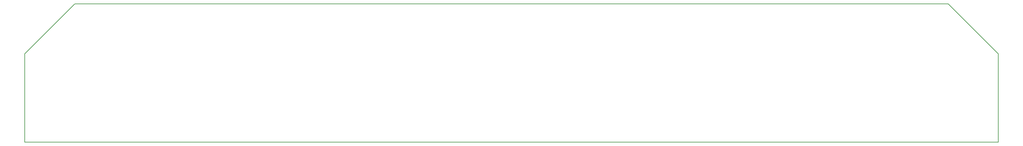
<source format=gm1>
G04 Layer_Color=16711935*
%FSLAX25Y25*%
%MOIN*%
G70*
G01*
G75*
%ADD12C,0.00787*%
D12*
X1089000Y-1000D02*
Y98000D01*
X1033000Y154000D02*
X1089000Y98000D01*
X56000Y154000D02*
X1033000D01*
X0Y-1000D02*
Y98000D01*
X56000Y154000D01*
X0Y-1000D02*
X1089000D01*
M02*

</source>
